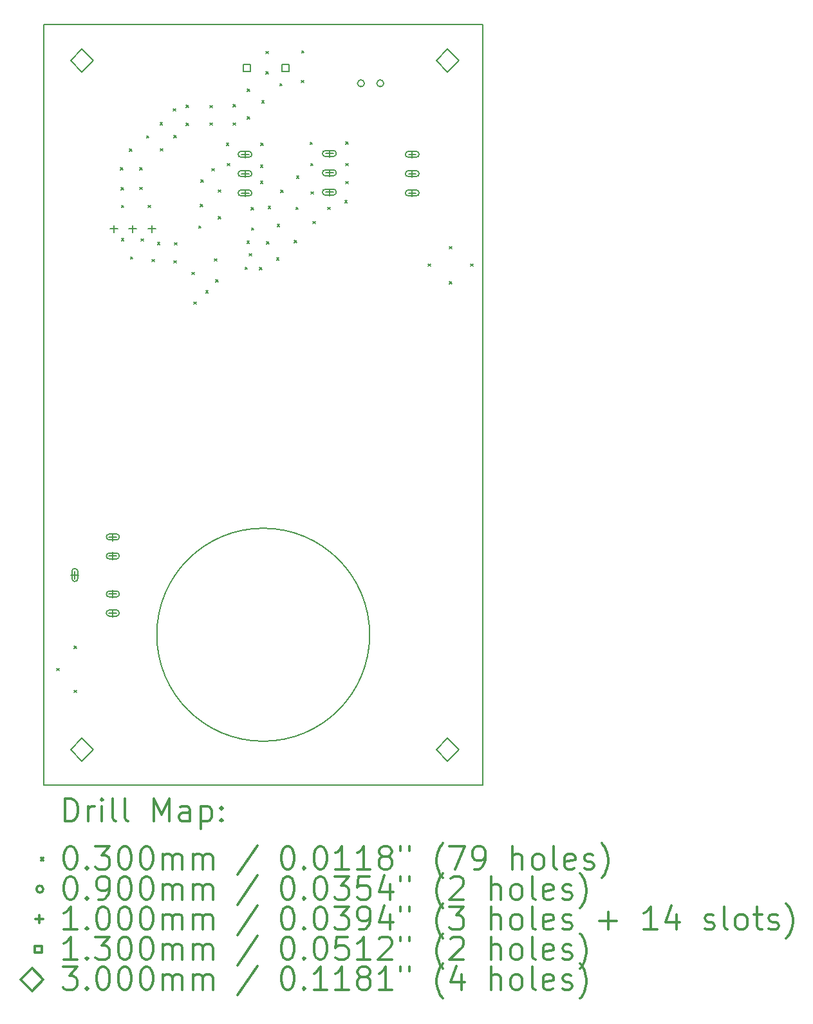
<source format=gbr>
%FSLAX45Y45*%
G04 Gerber Fmt 4.5, Leading zero omitted, Abs format (unit mm)*
G04 Created by KiCad (PCBNEW 5.1.12-84ad8e8a86~92~ubuntu20.04.1) date 2021-12-15 11:08:15*
%MOMM*%
%LPD*%
G01*
G04 APERTURE LIST*
%TA.AperFunction,Profile*%
%ADD10C,0.150000*%
%TD*%
%ADD11C,0.200000*%
%ADD12C,0.300000*%
G04 APERTURE END LIST*
D10*
X4285000Y-8019532D02*
G75*
G03*
X4285000Y-8019532I-1400000J0D01*
G01*
X0Y-10000000D02*
X0Y0D01*
X5770000Y-10000000D02*
X0Y-10000000D01*
X5770000Y0D02*
X5770000Y-10000000D01*
X0Y0D02*
X5770000Y0D01*
D11*
X170000Y-8460000D02*
X200000Y-8490000D01*
X200000Y-8460000D02*
X170000Y-8490000D01*
X400000Y-8170000D02*
X430000Y-8200000D01*
X430000Y-8170000D02*
X400000Y-8200000D01*
X400000Y-8750000D02*
X430000Y-8780000D01*
X430000Y-8750000D02*
X400000Y-8780000D01*
X1010000Y-1880000D02*
X1040000Y-1910000D01*
X1040000Y-1880000D02*
X1010000Y-1910000D01*
X1015000Y-2140000D02*
X1045000Y-2170000D01*
X1045000Y-2140000D02*
X1015000Y-2170000D01*
X1020000Y-2375000D02*
X1050000Y-2405000D01*
X1050000Y-2375000D02*
X1020000Y-2405000D01*
X1020000Y-2810000D02*
X1050000Y-2840000D01*
X1050000Y-2810000D02*
X1020000Y-2840000D01*
X1125000Y-1635000D02*
X1155000Y-1665000D01*
X1155000Y-1635000D02*
X1125000Y-1665000D01*
X1140000Y-3050000D02*
X1170000Y-3080000D01*
X1170000Y-3050000D02*
X1140000Y-3080000D01*
X1263130Y-1880370D02*
X1293130Y-1910370D01*
X1293130Y-1880370D02*
X1263130Y-1910370D01*
X1263130Y-2138434D02*
X1293130Y-2168434D01*
X1293130Y-2138434D02*
X1263130Y-2168434D01*
X1280000Y-2815000D02*
X1310000Y-2845000D01*
X1310000Y-2815000D02*
X1280000Y-2845000D01*
X1350000Y-1460000D02*
X1380000Y-1490000D01*
X1380000Y-1460000D02*
X1350000Y-1490000D01*
X1370000Y-2375000D02*
X1400000Y-2405000D01*
X1400000Y-2375000D02*
X1370000Y-2405000D01*
X1425000Y-3085000D02*
X1455000Y-3115000D01*
X1455000Y-3085000D02*
X1425000Y-3115000D01*
X1495000Y-2860000D02*
X1525000Y-2890000D01*
X1525000Y-2860000D02*
X1495000Y-2890000D01*
X1530000Y-1285000D02*
X1560000Y-1315000D01*
X1560000Y-1285000D02*
X1530000Y-1315000D01*
X1535164Y-1627640D02*
X1565164Y-1657640D01*
X1565164Y-1627640D02*
X1535164Y-1657640D01*
X1700000Y-1105000D02*
X1730000Y-1135000D01*
X1730000Y-1105000D02*
X1700000Y-1135000D01*
X1710000Y-1455000D02*
X1740000Y-1485000D01*
X1740000Y-1455000D02*
X1710000Y-1485000D01*
X1710000Y-3100000D02*
X1740000Y-3130000D01*
X1740000Y-3100000D02*
X1710000Y-3130000D01*
X1720000Y-2865000D02*
X1750000Y-2895000D01*
X1750000Y-2865000D02*
X1720000Y-2895000D01*
X1870000Y-1055000D02*
X1900000Y-1085000D01*
X1900000Y-1055000D02*
X1870000Y-1085000D01*
X1870000Y-1295000D02*
X1900000Y-1325000D01*
X1900000Y-1295000D02*
X1870000Y-1325000D01*
X1950000Y-3255000D02*
X1980000Y-3285000D01*
X1980000Y-3255000D02*
X1950000Y-3285000D01*
X1975000Y-3645000D02*
X2005000Y-3675000D01*
X2005000Y-3645000D02*
X1975000Y-3675000D01*
X2035000Y-2645000D02*
X2065000Y-2675000D01*
X2065000Y-2645000D02*
X2035000Y-2675000D01*
X2060000Y-2360000D02*
X2090000Y-2390000D01*
X2090000Y-2360000D02*
X2060000Y-2390000D01*
X2065000Y-2040000D02*
X2095000Y-2070000D01*
X2095000Y-2040000D02*
X2065000Y-2070000D01*
X2130000Y-3495000D02*
X2160000Y-3525000D01*
X2160000Y-3495000D02*
X2130000Y-3525000D01*
X2185000Y-1060000D02*
X2215000Y-1090000D01*
X2215000Y-1060000D02*
X2185000Y-1090000D01*
X2185000Y-1290000D02*
X2215000Y-1320000D01*
X2215000Y-1290000D02*
X2185000Y-1320000D01*
X2210000Y-1890000D02*
X2240000Y-1920000D01*
X2240000Y-1890000D02*
X2210000Y-1920000D01*
X2245000Y-3075000D02*
X2275000Y-3105000D01*
X2275000Y-3075000D02*
X2245000Y-3105000D01*
X2260000Y-3350000D02*
X2290000Y-3380000D01*
X2290000Y-3350000D02*
X2260000Y-3380000D01*
X2295000Y-2170000D02*
X2325000Y-2200000D01*
X2325000Y-2170000D02*
X2295000Y-2200000D01*
X2295000Y-2520000D02*
X2325000Y-2550000D01*
X2325000Y-2520000D02*
X2295000Y-2550000D01*
X2400000Y-1555000D02*
X2430000Y-1585000D01*
X2430000Y-1555000D02*
X2400000Y-1585000D01*
X2415000Y-1825000D02*
X2445000Y-1855000D01*
X2445000Y-1825000D02*
X2415000Y-1855000D01*
X2490000Y-1050000D02*
X2520000Y-1080000D01*
X2520000Y-1050000D02*
X2490000Y-1080000D01*
X2490000Y-1290000D02*
X2520000Y-1320000D01*
X2520000Y-1290000D02*
X2490000Y-1320000D01*
X2645000Y-3185000D02*
X2675000Y-3215000D01*
X2675000Y-3185000D02*
X2645000Y-3215000D01*
X2670000Y-2845000D02*
X2700000Y-2875000D01*
X2700000Y-2845000D02*
X2670000Y-2875000D01*
X2675000Y-845000D02*
X2705000Y-875000D01*
X2705000Y-845000D02*
X2675000Y-875000D01*
X2675000Y-1210000D02*
X2705000Y-1240000D01*
X2705000Y-1210000D02*
X2675000Y-1240000D01*
X2700000Y-3010000D02*
X2730000Y-3040000D01*
X2730000Y-3010000D02*
X2700000Y-3040000D01*
X2725000Y-2405000D02*
X2755000Y-2435000D01*
X2755000Y-2405000D02*
X2725000Y-2435000D01*
X2730000Y-2670000D02*
X2760000Y-2700000D01*
X2760000Y-2670000D02*
X2730000Y-2700000D01*
X2835000Y-3190000D02*
X2865000Y-3220000D01*
X2865000Y-3190000D02*
X2835000Y-3220000D01*
X2850000Y-1845000D02*
X2880000Y-1875000D01*
X2880000Y-1845000D02*
X2850000Y-1875000D01*
X2850000Y-2055000D02*
X2880000Y-2085000D01*
X2880000Y-2055000D02*
X2850000Y-2085000D01*
X2855000Y-1555000D02*
X2885000Y-1585000D01*
X2885000Y-1555000D02*
X2855000Y-1585000D01*
X2865000Y-1000000D02*
X2895000Y-1030000D01*
X2895000Y-1000000D02*
X2865000Y-1030000D01*
X2920000Y-350000D02*
X2950000Y-380000D01*
X2950000Y-350000D02*
X2920000Y-380000D01*
X2920000Y-615000D02*
X2950000Y-645000D01*
X2950000Y-615000D02*
X2920000Y-645000D01*
X2930000Y-2850000D02*
X2960000Y-2880000D01*
X2960000Y-2850000D02*
X2930000Y-2880000D01*
X2950000Y-2385000D02*
X2980000Y-2415000D01*
X2980000Y-2385000D02*
X2950000Y-2415000D01*
X3060000Y-3065000D02*
X3090000Y-3095000D01*
X3090000Y-3065000D02*
X3060000Y-3095000D01*
X3070000Y-2625000D02*
X3100000Y-2655000D01*
X3100000Y-2625000D02*
X3070000Y-2655000D01*
X3105000Y-775000D02*
X3135000Y-805000D01*
X3135000Y-775000D02*
X3105000Y-805000D01*
X3115000Y-2175000D02*
X3145000Y-2205000D01*
X3145000Y-2175000D02*
X3115000Y-2205000D01*
X3295000Y-2835000D02*
X3325000Y-2865000D01*
X3325000Y-2835000D02*
X3295000Y-2865000D01*
X3315000Y-2400000D02*
X3345000Y-2430000D01*
X3345000Y-2400000D02*
X3315000Y-2430000D01*
X3325000Y-1990000D02*
X3355000Y-2020000D01*
X3355000Y-1990000D02*
X3325000Y-2020000D01*
X3385000Y-730000D02*
X3415000Y-760000D01*
X3415000Y-730000D02*
X3385000Y-760000D01*
X3390000Y-340000D02*
X3420000Y-370000D01*
X3420000Y-340000D02*
X3390000Y-370000D01*
X3500000Y-1545000D02*
X3530000Y-1575000D01*
X3530000Y-1545000D02*
X3500000Y-1575000D01*
X3510000Y-1825000D02*
X3540000Y-1855000D01*
X3540000Y-1825000D02*
X3510000Y-1855000D01*
X3515000Y-2195000D02*
X3545000Y-2225000D01*
X3545000Y-2195000D02*
X3515000Y-2225000D01*
X3540000Y-2585000D02*
X3570000Y-2615000D01*
X3570000Y-2585000D02*
X3540000Y-2615000D01*
X3735000Y-2400000D02*
X3765000Y-2430000D01*
X3765000Y-2400000D02*
X3735000Y-2430000D01*
X3960000Y-2310000D02*
X3990000Y-2340000D01*
X3990000Y-2310000D02*
X3960000Y-2340000D01*
X3970000Y-1540000D02*
X4000000Y-1570000D01*
X4000000Y-1540000D02*
X3970000Y-1570000D01*
X3970000Y-1825000D02*
X4000000Y-1855000D01*
X4000000Y-1825000D02*
X3970000Y-1855000D01*
X3970000Y-2060000D02*
X4000000Y-2090000D01*
X4000000Y-2060000D02*
X3970000Y-2090000D01*
X5055000Y-3145000D02*
X5085000Y-3175000D01*
X5085000Y-3145000D02*
X5055000Y-3175000D01*
X5335000Y-2915000D02*
X5365000Y-2945000D01*
X5365000Y-2915000D02*
X5335000Y-2945000D01*
X5335000Y-3375000D02*
X5365000Y-3405000D01*
X5365000Y-3375000D02*
X5335000Y-3405000D01*
X5615000Y-3145000D02*
X5645000Y-3175000D01*
X5645000Y-3145000D02*
X5615000Y-3175000D01*
X4215000Y-770000D02*
G75*
G03*
X4215000Y-770000I-45000J0D01*
G01*
X4469000Y-770000D02*
G75*
G03*
X4469000Y-770000I-45000J0D01*
G01*
X406924Y-7183928D02*
X406924Y-7283928D01*
X356924Y-7233928D02*
X456924Y-7233928D01*
X446924Y-7278928D02*
X446924Y-7188928D01*
X366924Y-7278928D02*
X366924Y-7188928D01*
X446924Y-7188928D02*
G75*
G03*
X366924Y-7188928I-40000J0D01*
G01*
X366924Y-7278928D02*
G75*
G03*
X446924Y-7278928I40000J0D01*
G01*
X906924Y-6683928D02*
X906924Y-6783928D01*
X856924Y-6733928D02*
X956924Y-6733928D01*
X861924Y-6773928D02*
X951924Y-6773928D01*
X861924Y-6693928D02*
X951924Y-6693928D01*
X951924Y-6773928D02*
G75*
G03*
X951924Y-6693928I0J40000D01*
G01*
X861924Y-6693928D02*
G75*
G03*
X861924Y-6773928I0J-40000D01*
G01*
X906924Y-6933928D02*
X906924Y-7033928D01*
X856924Y-6983928D02*
X956924Y-6983928D01*
X861924Y-7023928D02*
X951924Y-7023928D01*
X861924Y-6943928D02*
X951924Y-6943928D01*
X951924Y-7023928D02*
G75*
G03*
X951924Y-6943928I0J40000D01*
G01*
X861924Y-6943928D02*
G75*
G03*
X861924Y-7023928I0J-40000D01*
G01*
X906924Y-7433928D02*
X906924Y-7533928D01*
X856924Y-7483928D02*
X956924Y-7483928D01*
X861924Y-7523928D02*
X951924Y-7523928D01*
X861924Y-7443928D02*
X951924Y-7443928D01*
X951924Y-7523928D02*
G75*
G03*
X951924Y-7443928I0J40000D01*
G01*
X861924Y-7443928D02*
G75*
G03*
X861924Y-7523928I0J-40000D01*
G01*
X906924Y-7683928D02*
X906924Y-7783928D01*
X856924Y-7733928D02*
X956924Y-7733928D01*
X861924Y-7773928D02*
X951924Y-7773928D01*
X861924Y-7693928D02*
X951924Y-7693928D01*
X951924Y-7773928D02*
G75*
G03*
X951924Y-7693928I0J40000D01*
G01*
X861924Y-7693928D02*
G75*
G03*
X861924Y-7773928I0J-40000D01*
G01*
X920000Y-2635000D02*
X920000Y-2735000D01*
X870000Y-2685000D02*
X970000Y-2685000D01*
X1170000Y-2635000D02*
X1170000Y-2735000D01*
X1120000Y-2685000D02*
X1220000Y-2685000D01*
X1420000Y-2635000D02*
X1420000Y-2735000D01*
X1370000Y-2685000D02*
X1470000Y-2685000D01*
X2645134Y-1653714D02*
X2645134Y-1753714D01*
X2595134Y-1703714D02*
X2695134Y-1703714D01*
X2695134Y-1663714D02*
X2595134Y-1663714D01*
X2695134Y-1743714D02*
X2595134Y-1743714D01*
X2595134Y-1663714D02*
G75*
G03*
X2595134Y-1743714I0J-40000D01*
G01*
X2695134Y-1743714D02*
G75*
G03*
X2695134Y-1663714I0J40000D01*
G01*
X2645134Y-1907714D02*
X2645134Y-2007714D01*
X2595134Y-1957714D02*
X2695134Y-1957714D01*
X2695134Y-1917714D02*
X2595134Y-1917714D01*
X2695134Y-1997714D02*
X2595134Y-1997714D01*
X2595134Y-1917714D02*
G75*
G03*
X2595134Y-1997714I0J-40000D01*
G01*
X2695134Y-1997714D02*
G75*
G03*
X2695134Y-1917714I0J40000D01*
G01*
X2645134Y-2161714D02*
X2645134Y-2261714D01*
X2595134Y-2211714D02*
X2695134Y-2211714D01*
X2695134Y-2171714D02*
X2595134Y-2171714D01*
X2695134Y-2251714D02*
X2595134Y-2251714D01*
X2595134Y-2171714D02*
G75*
G03*
X2595134Y-2251714I0J-40000D01*
G01*
X2695134Y-2251714D02*
G75*
G03*
X2695134Y-2171714I0J40000D01*
G01*
X3755134Y-1643714D02*
X3755134Y-1743714D01*
X3705134Y-1693714D02*
X3805134Y-1693714D01*
X3805134Y-1653714D02*
X3705134Y-1653714D01*
X3805134Y-1733714D02*
X3705134Y-1733714D01*
X3705134Y-1653714D02*
G75*
G03*
X3705134Y-1733714I0J-40000D01*
G01*
X3805134Y-1733714D02*
G75*
G03*
X3805134Y-1653714I0J40000D01*
G01*
X3755134Y-1897714D02*
X3755134Y-1997714D01*
X3705134Y-1947714D02*
X3805134Y-1947714D01*
X3805134Y-1907714D02*
X3705134Y-1907714D01*
X3805134Y-1987714D02*
X3705134Y-1987714D01*
X3705134Y-1907714D02*
G75*
G03*
X3705134Y-1987714I0J-40000D01*
G01*
X3805134Y-1987714D02*
G75*
G03*
X3805134Y-1907714I0J40000D01*
G01*
X3755134Y-2151714D02*
X3755134Y-2251714D01*
X3705134Y-2201714D02*
X3805134Y-2201714D01*
X3805134Y-2161714D02*
X3705134Y-2161714D01*
X3805134Y-2241714D02*
X3705134Y-2241714D01*
X3705134Y-2161714D02*
G75*
G03*
X3705134Y-2241714I0J-40000D01*
G01*
X3805134Y-2241714D02*
G75*
G03*
X3805134Y-2161714I0J40000D01*
G01*
X4845134Y-1653714D02*
X4845134Y-1753714D01*
X4795134Y-1703714D02*
X4895134Y-1703714D01*
X4895134Y-1663714D02*
X4795134Y-1663714D01*
X4895134Y-1743714D02*
X4795134Y-1743714D01*
X4795134Y-1663714D02*
G75*
G03*
X4795134Y-1743714I0J-40000D01*
G01*
X4895134Y-1743714D02*
G75*
G03*
X4895134Y-1663714I0J40000D01*
G01*
X4845134Y-1907714D02*
X4845134Y-2007714D01*
X4795134Y-1957714D02*
X4895134Y-1957714D01*
X4895134Y-1917714D02*
X4795134Y-1917714D01*
X4895134Y-1997714D02*
X4795134Y-1997714D01*
X4795134Y-1917714D02*
G75*
G03*
X4795134Y-1997714I0J-40000D01*
G01*
X4895134Y-1997714D02*
G75*
G03*
X4895134Y-1917714I0J40000D01*
G01*
X4845134Y-2161714D02*
X4845134Y-2261714D01*
X4795134Y-2211714D02*
X4895134Y-2211714D01*
X4895134Y-2171714D02*
X4795134Y-2171714D01*
X4895134Y-2251714D02*
X4795134Y-2251714D01*
X4795134Y-2171714D02*
G75*
G03*
X4795134Y-2251714I0J-40000D01*
G01*
X4895134Y-2251714D02*
G75*
G03*
X4895134Y-2171714I0J40000D01*
G01*
X2714996Y-611102D02*
X2714996Y-519178D01*
X2623072Y-519178D01*
X2623072Y-611102D01*
X2714996Y-611102D01*
X3222996Y-611102D02*
X3222996Y-519178D01*
X3131072Y-519178D01*
X3131072Y-611102D01*
X3222996Y-611102D01*
X500000Y-620000D02*
X650000Y-470000D01*
X500000Y-320000D01*
X350000Y-470000D01*
X500000Y-620000D01*
X500000Y-9680000D02*
X650000Y-9530000D01*
X500000Y-9380000D01*
X350000Y-9530000D01*
X500000Y-9680000D01*
X5310000Y-620000D02*
X5460000Y-470000D01*
X5310000Y-320000D01*
X5160000Y-470000D01*
X5310000Y-620000D01*
X5310000Y-9680000D02*
X5460000Y-9530000D01*
X5310000Y-9380000D01*
X5160000Y-9530000D01*
X5310000Y-9680000D01*
D12*
X278928Y-10473214D02*
X278928Y-10173214D01*
X350357Y-10173214D01*
X393214Y-10187500D01*
X421786Y-10216072D01*
X436071Y-10244643D01*
X450357Y-10301786D01*
X450357Y-10344643D01*
X436071Y-10401786D01*
X421786Y-10430357D01*
X393214Y-10458929D01*
X350357Y-10473214D01*
X278928Y-10473214D01*
X578928Y-10473214D02*
X578928Y-10273214D01*
X578928Y-10330357D02*
X593214Y-10301786D01*
X607500Y-10287500D01*
X636071Y-10273214D01*
X664643Y-10273214D01*
X764643Y-10473214D02*
X764643Y-10273214D01*
X764643Y-10173214D02*
X750357Y-10187500D01*
X764643Y-10201786D01*
X778928Y-10187500D01*
X764643Y-10173214D01*
X764643Y-10201786D01*
X950357Y-10473214D02*
X921786Y-10458929D01*
X907500Y-10430357D01*
X907500Y-10173214D01*
X1107500Y-10473214D02*
X1078928Y-10458929D01*
X1064643Y-10430357D01*
X1064643Y-10173214D01*
X1450357Y-10473214D02*
X1450357Y-10173214D01*
X1550357Y-10387500D01*
X1650357Y-10173214D01*
X1650357Y-10473214D01*
X1921786Y-10473214D02*
X1921786Y-10316072D01*
X1907500Y-10287500D01*
X1878928Y-10273214D01*
X1821786Y-10273214D01*
X1793214Y-10287500D01*
X1921786Y-10458929D02*
X1893214Y-10473214D01*
X1821786Y-10473214D01*
X1793214Y-10458929D01*
X1778928Y-10430357D01*
X1778928Y-10401786D01*
X1793214Y-10373214D01*
X1821786Y-10358929D01*
X1893214Y-10358929D01*
X1921786Y-10344643D01*
X2064643Y-10273214D02*
X2064643Y-10573214D01*
X2064643Y-10287500D02*
X2093214Y-10273214D01*
X2150357Y-10273214D01*
X2178928Y-10287500D01*
X2193214Y-10301786D01*
X2207500Y-10330357D01*
X2207500Y-10416072D01*
X2193214Y-10444643D01*
X2178928Y-10458929D01*
X2150357Y-10473214D01*
X2093214Y-10473214D01*
X2064643Y-10458929D01*
X2336071Y-10444643D02*
X2350357Y-10458929D01*
X2336071Y-10473214D01*
X2321786Y-10458929D01*
X2336071Y-10444643D01*
X2336071Y-10473214D01*
X2336071Y-10287500D02*
X2350357Y-10301786D01*
X2336071Y-10316072D01*
X2321786Y-10301786D01*
X2336071Y-10287500D01*
X2336071Y-10316072D01*
X-37500Y-10952500D02*
X-7500Y-10982500D01*
X-7500Y-10952500D02*
X-37500Y-10982500D01*
X336071Y-10803214D02*
X364643Y-10803214D01*
X393214Y-10817500D01*
X407500Y-10831786D01*
X421786Y-10860357D01*
X436071Y-10917500D01*
X436071Y-10988929D01*
X421786Y-11046072D01*
X407500Y-11074643D01*
X393214Y-11088929D01*
X364643Y-11103214D01*
X336071Y-11103214D01*
X307500Y-11088929D01*
X293214Y-11074643D01*
X278928Y-11046072D01*
X264643Y-10988929D01*
X264643Y-10917500D01*
X278928Y-10860357D01*
X293214Y-10831786D01*
X307500Y-10817500D01*
X336071Y-10803214D01*
X564643Y-11074643D02*
X578928Y-11088929D01*
X564643Y-11103214D01*
X550357Y-11088929D01*
X564643Y-11074643D01*
X564643Y-11103214D01*
X678928Y-10803214D02*
X864643Y-10803214D01*
X764643Y-10917500D01*
X807500Y-10917500D01*
X836071Y-10931786D01*
X850357Y-10946072D01*
X864643Y-10974643D01*
X864643Y-11046072D01*
X850357Y-11074643D01*
X836071Y-11088929D01*
X807500Y-11103214D01*
X721786Y-11103214D01*
X693214Y-11088929D01*
X678928Y-11074643D01*
X1050357Y-10803214D02*
X1078928Y-10803214D01*
X1107500Y-10817500D01*
X1121786Y-10831786D01*
X1136071Y-10860357D01*
X1150357Y-10917500D01*
X1150357Y-10988929D01*
X1136071Y-11046072D01*
X1121786Y-11074643D01*
X1107500Y-11088929D01*
X1078928Y-11103214D01*
X1050357Y-11103214D01*
X1021786Y-11088929D01*
X1007500Y-11074643D01*
X993214Y-11046072D01*
X978928Y-10988929D01*
X978928Y-10917500D01*
X993214Y-10860357D01*
X1007500Y-10831786D01*
X1021786Y-10817500D01*
X1050357Y-10803214D01*
X1336071Y-10803214D02*
X1364643Y-10803214D01*
X1393214Y-10817500D01*
X1407500Y-10831786D01*
X1421786Y-10860357D01*
X1436071Y-10917500D01*
X1436071Y-10988929D01*
X1421786Y-11046072D01*
X1407500Y-11074643D01*
X1393214Y-11088929D01*
X1364643Y-11103214D01*
X1336071Y-11103214D01*
X1307500Y-11088929D01*
X1293214Y-11074643D01*
X1278928Y-11046072D01*
X1264643Y-10988929D01*
X1264643Y-10917500D01*
X1278928Y-10860357D01*
X1293214Y-10831786D01*
X1307500Y-10817500D01*
X1336071Y-10803214D01*
X1564643Y-11103214D02*
X1564643Y-10903214D01*
X1564643Y-10931786D02*
X1578928Y-10917500D01*
X1607500Y-10903214D01*
X1650357Y-10903214D01*
X1678928Y-10917500D01*
X1693214Y-10946072D01*
X1693214Y-11103214D01*
X1693214Y-10946072D02*
X1707500Y-10917500D01*
X1736071Y-10903214D01*
X1778928Y-10903214D01*
X1807500Y-10917500D01*
X1821786Y-10946072D01*
X1821786Y-11103214D01*
X1964643Y-11103214D02*
X1964643Y-10903214D01*
X1964643Y-10931786D02*
X1978928Y-10917500D01*
X2007500Y-10903214D01*
X2050357Y-10903214D01*
X2078928Y-10917500D01*
X2093214Y-10946072D01*
X2093214Y-11103214D01*
X2093214Y-10946072D02*
X2107500Y-10917500D01*
X2136071Y-10903214D01*
X2178928Y-10903214D01*
X2207500Y-10917500D01*
X2221786Y-10946072D01*
X2221786Y-11103214D01*
X2807500Y-10788929D02*
X2550357Y-11174643D01*
X3193214Y-10803214D02*
X3221786Y-10803214D01*
X3250357Y-10817500D01*
X3264643Y-10831786D01*
X3278928Y-10860357D01*
X3293214Y-10917500D01*
X3293214Y-10988929D01*
X3278928Y-11046072D01*
X3264643Y-11074643D01*
X3250357Y-11088929D01*
X3221786Y-11103214D01*
X3193214Y-11103214D01*
X3164643Y-11088929D01*
X3150357Y-11074643D01*
X3136071Y-11046072D01*
X3121786Y-10988929D01*
X3121786Y-10917500D01*
X3136071Y-10860357D01*
X3150357Y-10831786D01*
X3164643Y-10817500D01*
X3193214Y-10803214D01*
X3421786Y-11074643D02*
X3436071Y-11088929D01*
X3421786Y-11103214D01*
X3407500Y-11088929D01*
X3421786Y-11074643D01*
X3421786Y-11103214D01*
X3621786Y-10803214D02*
X3650357Y-10803214D01*
X3678928Y-10817500D01*
X3693214Y-10831786D01*
X3707500Y-10860357D01*
X3721786Y-10917500D01*
X3721786Y-10988929D01*
X3707500Y-11046072D01*
X3693214Y-11074643D01*
X3678928Y-11088929D01*
X3650357Y-11103214D01*
X3621786Y-11103214D01*
X3593214Y-11088929D01*
X3578928Y-11074643D01*
X3564643Y-11046072D01*
X3550357Y-10988929D01*
X3550357Y-10917500D01*
X3564643Y-10860357D01*
X3578928Y-10831786D01*
X3593214Y-10817500D01*
X3621786Y-10803214D01*
X4007500Y-11103214D02*
X3836071Y-11103214D01*
X3921786Y-11103214D02*
X3921786Y-10803214D01*
X3893214Y-10846072D01*
X3864643Y-10874643D01*
X3836071Y-10888929D01*
X4293214Y-11103214D02*
X4121786Y-11103214D01*
X4207500Y-11103214D02*
X4207500Y-10803214D01*
X4178928Y-10846072D01*
X4150357Y-10874643D01*
X4121786Y-10888929D01*
X4464643Y-10931786D02*
X4436071Y-10917500D01*
X4421786Y-10903214D01*
X4407500Y-10874643D01*
X4407500Y-10860357D01*
X4421786Y-10831786D01*
X4436071Y-10817500D01*
X4464643Y-10803214D01*
X4521786Y-10803214D01*
X4550357Y-10817500D01*
X4564643Y-10831786D01*
X4578928Y-10860357D01*
X4578928Y-10874643D01*
X4564643Y-10903214D01*
X4550357Y-10917500D01*
X4521786Y-10931786D01*
X4464643Y-10931786D01*
X4436071Y-10946072D01*
X4421786Y-10960357D01*
X4407500Y-10988929D01*
X4407500Y-11046072D01*
X4421786Y-11074643D01*
X4436071Y-11088929D01*
X4464643Y-11103214D01*
X4521786Y-11103214D01*
X4550357Y-11088929D01*
X4564643Y-11074643D01*
X4578928Y-11046072D01*
X4578928Y-10988929D01*
X4564643Y-10960357D01*
X4550357Y-10946072D01*
X4521786Y-10931786D01*
X4693214Y-10803214D02*
X4693214Y-10860357D01*
X4807500Y-10803214D02*
X4807500Y-10860357D01*
X5250357Y-11217500D02*
X5236071Y-11203214D01*
X5207500Y-11160357D01*
X5193214Y-11131786D01*
X5178928Y-11088929D01*
X5164643Y-11017500D01*
X5164643Y-10960357D01*
X5178928Y-10888929D01*
X5193214Y-10846072D01*
X5207500Y-10817500D01*
X5236071Y-10774643D01*
X5250357Y-10760357D01*
X5336071Y-10803214D02*
X5536071Y-10803214D01*
X5407500Y-11103214D01*
X5664643Y-11103214D02*
X5721786Y-11103214D01*
X5750357Y-11088929D01*
X5764643Y-11074643D01*
X5793214Y-11031786D01*
X5807500Y-10974643D01*
X5807500Y-10860357D01*
X5793214Y-10831786D01*
X5778928Y-10817500D01*
X5750357Y-10803214D01*
X5693214Y-10803214D01*
X5664643Y-10817500D01*
X5650357Y-10831786D01*
X5636071Y-10860357D01*
X5636071Y-10931786D01*
X5650357Y-10960357D01*
X5664643Y-10974643D01*
X5693214Y-10988929D01*
X5750357Y-10988929D01*
X5778928Y-10974643D01*
X5793214Y-10960357D01*
X5807500Y-10931786D01*
X6164643Y-11103214D02*
X6164643Y-10803214D01*
X6293214Y-11103214D02*
X6293214Y-10946072D01*
X6278928Y-10917500D01*
X6250357Y-10903214D01*
X6207500Y-10903214D01*
X6178928Y-10917500D01*
X6164643Y-10931786D01*
X6478928Y-11103214D02*
X6450357Y-11088929D01*
X6436071Y-11074643D01*
X6421786Y-11046072D01*
X6421786Y-10960357D01*
X6436071Y-10931786D01*
X6450357Y-10917500D01*
X6478928Y-10903214D01*
X6521786Y-10903214D01*
X6550357Y-10917500D01*
X6564643Y-10931786D01*
X6578928Y-10960357D01*
X6578928Y-11046072D01*
X6564643Y-11074643D01*
X6550357Y-11088929D01*
X6521786Y-11103214D01*
X6478928Y-11103214D01*
X6750357Y-11103214D02*
X6721786Y-11088929D01*
X6707500Y-11060357D01*
X6707500Y-10803214D01*
X6978928Y-11088929D02*
X6950357Y-11103214D01*
X6893214Y-11103214D01*
X6864643Y-11088929D01*
X6850357Y-11060357D01*
X6850357Y-10946072D01*
X6864643Y-10917500D01*
X6893214Y-10903214D01*
X6950357Y-10903214D01*
X6978928Y-10917500D01*
X6993214Y-10946072D01*
X6993214Y-10974643D01*
X6850357Y-11003214D01*
X7107500Y-11088929D02*
X7136071Y-11103214D01*
X7193214Y-11103214D01*
X7221786Y-11088929D01*
X7236071Y-11060357D01*
X7236071Y-11046072D01*
X7221786Y-11017500D01*
X7193214Y-11003214D01*
X7150357Y-11003214D01*
X7121786Y-10988929D01*
X7107500Y-10960357D01*
X7107500Y-10946072D01*
X7121786Y-10917500D01*
X7150357Y-10903214D01*
X7193214Y-10903214D01*
X7221786Y-10917500D01*
X7336071Y-11217500D02*
X7350357Y-11203214D01*
X7378928Y-11160357D01*
X7393214Y-11131786D01*
X7407500Y-11088929D01*
X7421786Y-11017500D01*
X7421786Y-10960357D01*
X7407500Y-10888929D01*
X7393214Y-10846072D01*
X7378928Y-10817500D01*
X7350357Y-10774643D01*
X7336071Y-10760357D01*
X-7500Y-11363500D02*
G75*
G03*
X-7500Y-11363500I-45000J0D01*
G01*
X336071Y-11199214D02*
X364643Y-11199214D01*
X393214Y-11213500D01*
X407500Y-11227786D01*
X421786Y-11256357D01*
X436071Y-11313500D01*
X436071Y-11384929D01*
X421786Y-11442071D01*
X407500Y-11470643D01*
X393214Y-11484929D01*
X364643Y-11499214D01*
X336071Y-11499214D01*
X307500Y-11484929D01*
X293214Y-11470643D01*
X278928Y-11442071D01*
X264643Y-11384929D01*
X264643Y-11313500D01*
X278928Y-11256357D01*
X293214Y-11227786D01*
X307500Y-11213500D01*
X336071Y-11199214D01*
X564643Y-11470643D02*
X578928Y-11484929D01*
X564643Y-11499214D01*
X550357Y-11484929D01*
X564643Y-11470643D01*
X564643Y-11499214D01*
X721786Y-11499214D02*
X778928Y-11499214D01*
X807500Y-11484929D01*
X821786Y-11470643D01*
X850357Y-11427786D01*
X864643Y-11370643D01*
X864643Y-11256357D01*
X850357Y-11227786D01*
X836071Y-11213500D01*
X807500Y-11199214D01*
X750357Y-11199214D01*
X721786Y-11213500D01*
X707500Y-11227786D01*
X693214Y-11256357D01*
X693214Y-11327786D01*
X707500Y-11356357D01*
X721786Y-11370643D01*
X750357Y-11384929D01*
X807500Y-11384929D01*
X836071Y-11370643D01*
X850357Y-11356357D01*
X864643Y-11327786D01*
X1050357Y-11199214D02*
X1078928Y-11199214D01*
X1107500Y-11213500D01*
X1121786Y-11227786D01*
X1136071Y-11256357D01*
X1150357Y-11313500D01*
X1150357Y-11384929D01*
X1136071Y-11442071D01*
X1121786Y-11470643D01*
X1107500Y-11484929D01*
X1078928Y-11499214D01*
X1050357Y-11499214D01*
X1021786Y-11484929D01*
X1007500Y-11470643D01*
X993214Y-11442071D01*
X978928Y-11384929D01*
X978928Y-11313500D01*
X993214Y-11256357D01*
X1007500Y-11227786D01*
X1021786Y-11213500D01*
X1050357Y-11199214D01*
X1336071Y-11199214D02*
X1364643Y-11199214D01*
X1393214Y-11213500D01*
X1407500Y-11227786D01*
X1421786Y-11256357D01*
X1436071Y-11313500D01*
X1436071Y-11384929D01*
X1421786Y-11442071D01*
X1407500Y-11470643D01*
X1393214Y-11484929D01*
X1364643Y-11499214D01*
X1336071Y-11499214D01*
X1307500Y-11484929D01*
X1293214Y-11470643D01*
X1278928Y-11442071D01*
X1264643Y-11384929D01*
X1264643Y-11313500D01*
X1278928Y-11256357D01*
X1293214Y-11227786D01*
X1307500Y-11213500D01*
X1336071Y-11199214D01*
X1564643Y-11499214D02*
X1564643Y-11299214D01*
X1564643Y-11327786D02*
X1578928Y-11313500D01*
X1607500Y-11299214D01*
X1650357Y-11299214D01*
X1678928Y-11313500D01*
X1693214Y-11342071D01*
X1693214Y-11499214D01*
X1693214Y-11342071D02*
X1707500Y-11313500D01*
X1736071Y-11299214D01*
X1778928Y-11299214D01*
X1807500Y-11313500D01*
X1821786Y-11342071D01*
X1821786Y-11499214D01*
X1964643Y-11499214D02*
X1964643Y-11299214D01*
X1964643Y-11327786D02*
X1978928Y-11313500D01*
X2007500Y-11299214D01*
X2050357Y-11299214D01*
X2078928Y-11313500D01*
X2093214Y-11342071D01*
X2093214Y-11499214D01*
X2093214Y-11342071D02*
X2107500Y-11313500D01*
X2136071Y-11299214D01*
X2178928Y-11299214D01*
X2207500Y-11313500D01*
X2221786Y-11342071D01*
X2221786Y-11499214D01*
X2807500Y-11184929D02*
X2550357Y-11570643D01*
X3193214Y-11199214D02*
X3221786Y-11199214D01*
X3250357Y-11213500D01*
X3264643Y-11227786D01*
X3278928Y-11256357D01*
X3293214Y-11313500D01*
X3293214Y-11384929D01*
X3278928Y-11442071D01*
X3264643Y-11470643D01*
X3250357Y-11484929D01*
X3221786Y-11499214D01*
X3193214Y-11499214D01*
X3164643Y-11484929D01*
X3150357Y-11470643D01*
X3136071Y-11442071D01*
X3121786Y-11384929D01*
X3121786Y-11313500D01*
X3136071Y-11256357D01*
X3150357Y-11227786D01*
X3164643Y-11213500D01*
X3193214Y-11199214D01*
X3421786Y-11470643D02*
X3436071Y-11484929D01*
X3421786Y-11499214D01*
X3407500Y-11484929D01*
X3421786Y-11470643D01*
X3421786Y-11499214D01*
X3621786Y-11199214D02*
X3650357Y-11199214D01*
X3678928Y-11213500D01*
X3693214Y-11227786D01*
X3707500Y-11256357D01*
X3721786Y-11313500D01*
X3721786Y-11384929D01*
X3707500Y-11442071D01*
X3693214Y-11470643D01*
X3678928Y-11484929D01*
X3650357Y-11499214D01*
X3621786Y-11499214D01*
X3593214Y-11484929D01*
X3578928Y-11470643D01*
X3564643Y-11442071D01*
X3550357Y-11384929D01*
X3550357Y-11313500D01*
X3564643Y-11256357D01*
X3578928Y-11227786D01*
X3593214Y-11213500D01*
X3621786Y-11199214D01*
X3821786Y-11199214D02*
X4007500Y-11199214D01*
X3907500Y-11313500D01*
X3950357Y-11313500D01*
X3978928Y-11327786D01*
X3993214Y-11342071D01*
X4007500Y-11370643D01*
X4007500Y-11442071D01*
X3993214Y-11470643D01*
X3978928Y-11484929D01*
X3950357Y-11499214D01*
X3864643Y-11499214D01*
X3836071Y-11484929D01*
X3821786Y-11470643D01*
X4278928Y-11199214D02*
X4136071Y-11199214D01*
X4121786Y-11342071D01*
X4136071Y-11327786D01*
X4164643Y-11313500D01*
X4236071Y-11313500D01*
X4264643Y-11327786D01*
X4278928Y-11342071D01*
X4293214Y-11370643D01*
X4293214Y-11442071D01*
X4278928Y-11470643D01*
X4264643Y-11484929D01*
X4236071Y-11499214D01*
X4164643Y-11499214D01*
X4136071Y-11484929D01*
X4121786Y-11470643D01*
X4550357Y-11299214D02*
X4550357Y-11499214D01*
X4478928Y-11184929D02*
X4407500Y-11399214D01*
X4593214Y-11399214D01*
X4693214Y-11199214D02*
X4693214Y-11256357D01*
X4807500Y-11199214D02*
X4807500Y-11256357D01*
X5250357Y-11613500D02*
X5236071Y-11599214D01*
X5207500Y-11556357D01*
X5193214Y-11527786D01*
X5178928Y-11484929D01*
X5164643Y-11413500D01*
X5164643Y-11356357D01*
X5178928Y-11284929D01*
X5193214Y-11242071D01*
X5207500Y-11213500D01*
X5236071Y-11170643D01*
X5250357Y-11156357D01*
X5350357Y-11227786D02*
X5364643Y-11213500D01*
X5393214Y-11199214D01*
X5464643Y-11199214D01*
X5493214Y-11213500D01*
X5507500Y-11227786D01*
X5521786Y-11256357D01*
X5521786Y-11284929D01*
X5507500Y-11327786D01*
X5336071Y-11499214D01*
X5521786Y-11499214D01*
X5878928Y-11499214D02*
X5878928Y-11199214D01*
X6007500Y-11499214D02*
X6007500Y-11342071D01*
X5993214Y-11313500D01*
X5964643Y-11299214D01*
X5921786Y-11299214D01*
X5893214Y-11313500D01*
X5878928Y-11327786D01*
X6193214Y-11499214D02*
X6164643Y-11484929D01*
X6150357Y-11470643D01*
X6136071Y-11442071D01*
X6136071Y-11356357D01*
X6150357Y-11327786D01*
X6164643Y-11313500D01*
X6193214Y-11299214D01*
X6236071Y-11299214D01*
X6264643Y-11313500D01*
X6278928Y-11327786D01*
X6293214Y-11356357D01*
X6293214Y-11442071D01*
X6278928Y-11470643D01*
X6264643Y-11484929D01*
X6236071Y-11499214D01*
X6193214Y-11499214D01*
X6464643Y-11499214D02*
X6436071Y-11484929D01*
X6421786Y-11456357D01*
X6421786Y-11199214D01*
X6693214Y-11484929D02*
X6664643Y-11499214D01*
X6607500Y-11499214D01*
X6578928Y-11484929D01*
X6564643Y-11456357D01*
X6564643Y-11342071D01*
X6578928Y-11313500D01*
X6607500Y-11299214D01*
X6664643Y-11299214D01*
X6693214Y-11313500D01*
X6707500Y-11342071D01*
X6707500Y-11370643D01*
X6564643Y-11399214D01*
X6821786Y-11484929D02*
X6850357Y-11499214D01*
X6907500Y-11499214D01*
X6936071Y-11484929D01*
X6950357Y-11456357D01*
X6950357Y-11442071D01*
X6936071Y-11413500D01*
X6907500Y-11399214D01*
X6864643Y-11399214D01*
X6836071Y-11384929D01*
X6821786Y-11356357D01*
X6821786Y-11342071D01*
X6836071Y-11313500D01*
X6864643Y-11299214D01*
X6907500Y-11299214D01*
X6936071Y-11313500D01*
X7050357Y-11613500D02*
X7064643Y-11599214D01*
X7093214Y-11556357D01*
X7107500Y-11527786D01*
X7121786Y-11484929D01*
X7136071Y-11413500D01*
X7136071Y-11356357D01*
X7121786Y-11284929D01*
X7107500Y-11242071D01*
X7093214Y-11213500D01*
X7064643Y-11170643D01*
X7050357Y-11156357D01*
X-57500Y-11709500D02*
X-57500Y-11809500D01*
X-107500Y-11759500D02*
X-7500Y-11759500D01*
X436071Y-11895214D02*
X264643Y-11895214D01*
X350357Y-11895214D02*
X350357Y-11595214D01*
X321786Y-11638071D01*
X293214Y-11666643D01*
X264643Y-11680929D01*
X564643Y-11866643D02*
X578928Y-11880929D01*
X564643Y-11895214D01*
X550357Y-11880929D01*
X564643Y-11866643D01*
X564643Y-11895214D01*
X764643Y-11595214D02*
X793214Y-11595214D01*
X821786Y-11609500D01*
X836071Y-11623786D01*
X850357Y-11652357D01*
X864643Y-11709500D01*
X864643Y-11780929D01*
X850357Y-11838071D01*
X836071Y-11866643D01*
X821786Y-11880929D01*
X793214Y-11895214D01*
X764643Y-11895214D01*
X736071Y-11880929D01*
X721786Y-11866643D01*
X707500Y-11838071D01*
X693214Y-11780929D01*
X693214Y-11709500D01*
X707500Y-11652357D01*
X721786Y-11623786D01*
X736071Y-11609500D01*
X764643Y-11595214D01*
X1050357Y-11595214D02*
X1078928Y-11595214D01*
X1107500Y-11609500D01*
X1121786Y-11623786D01*
X1136071Y-11652357D01*
X1150357Y-11709500D01*
X1150357Y-11780929D01*
X1136071Y-11838071D01*
X1121786Y-11866643D01*
X1107500Y-11880929D01*
X1078928Y-11895214D01*
X1050357Y-11895214D01*
X1021786Y-11880929D01*
X1007500Y-11866643D01*
X993214Y-11838071D01*
X978928Y-11780929D01*
X978928Y-11709500D01*
X993214Y-11652357D01*
X1007500Y-11623786D01*
X1021786Y-11609500D01*
X1050357Y-11595214D01*
X1336071Y-11595214D02*
X1364643Y-11595214D01*
X1393214Y-11609500D01*
X1407500Y-11623786D01*
X1421786Y-11652357D01*
X1436071Y-11709500D01*
X1436071Y-11780929D01*
X1421786Y-11838071D01*
X1407500Y-11866643D01*
X1393214Y-11880929D01*
X1364643Y-11895214D01*
X1336071Y-11895214D01*
X1307500Y-11880929D01*
X1293214Y-11866643D01*
X1278928Y-11838071D01*
X1264643Y-11780929D01*
X1264643Y-11709500D01*
X1278928Y-11652357D01*
X1293214Y-11623786D01*
X1307500Y-11609500D01*
X1336071Y-11595214D01*
X1564643Y-11895214D02*
X1564643Y-11695214D01*
X1564643Y-11723786D02*
X1578928Y-11709500D01*
X1607500Y-11695214D01*
X1650357Y-11695214D01*
X1678928Y-11709500D01*
X1693214Y-11738071D01*
X1693214Y-11895214D01*
X1693214Y-11738071D02*
X1707500Y-11709500D01*
X1736071Y-11695214D01*
X1778928Y-11695214D01*
X1807500Y-11709500D01*
X1821786Y-11738071D01*
X1821786Y-11895214D01*
X1964643Y-11895214D02*
X1964643Y-11695214D01*
X1964643Y-11723786D02*
X1978928Y-11709500D01*
X2007500Y-11695214D01*
X2050357Y-11695214D01*
X2078928Y-11709500D01*
X2093214Y-11738071D01*
X2093214Y-11895214D01*
X2093214Y-11738071D02*
X2107500Y-11709500D01*
X2136071Y-11695214D01*
X2178928Y-11695214D01*
X2207500Y-11709500D01*
X2221786Y-11738071D01*
X2221786Y-11895214D01*
X2807500Y-11580929D02*
X2550357Y-11966643D01*
X3193214Y-11595214D02*
X3221786Y-11595214D01*
X3250357Y-11609500D01*
X3264643Y-11623786D01*
X3278928Y-11652357D01*
X3293214Y-11709500D01*
X3293214Y-11780929D01*
X3278928Y-11838071D01*
X3264643Y-11866643D01*
X3250357Y-11880929D01*
X3221786Y-11895214D01*
X3193214Y-11895214D01*
X3164643Y-11880929D01*
X3150357Y-11866643D01*
X3136071Y-11838071D01*
X3121786Y-11780929D01*
X3121786Y-11709500D01*
X3136071Y-11652357D01*
X3150357Y-11623786D01*
X3164643Y-11609500D01*
X3193214Y-11595214D01*
X3421786Y-11866643D02*
X3436071Y-11880929D01*
X3421786Y-11895214D01*
X3407500Y-11880929D01*
X3421786Y-11866643D01*
X3421786Y-11895214D01*
X3621786Y-11595214D02*
X3650357Y-11595214D01*
X3678928Y-11609500D01*
X3693214Y-11623786D01*
X3707500Y-11652357D01*
X3721786Y-11709500D01*
X3721786Y-11780929D01*
X3707500Y-11838071D01*
X3693214Y-11866643D01*
X3678928Y-11880929D01*
X3650357Y-11895214D01*
X3621786Y-11895214D01*
X3593214Y-11880929D01*
X3578928Y-11866643D01*
X3564643Y-11838071D01*
X3550357Y-11780929D01*
X3550357Y-11709500D01*
X3564643Y-11652357D01*
X3578928Y-11623786D01*
X3593214Y-11609500D01*
X3621786Y-11595214D01*
X3821786Y-11595214D02*
X4007500Y-11595214D01*
X3907500Y-11709500D01*
X3950357Y-11709500D01*
X3978928Y-11723786D01*
X3993214Y-11738071D01*
X4007500Y-11766643D01*
X4007500Y-11838071D01*
X3993214Y-11866643D01*
X3978928Y-11880929D01*
X3950357Y-11895214D01*
X3864643Y-11895214D01*
X3836071Y-11880929D01*
X3821786Y-11866643D01*
X4150357Y-11895214D02*
X4207500Y-11895214D01*
X4236071Y-11880929D01*
X4250357Y-11866643D01*
X4278928Y-11823786D01*
X4293214Y-11766643D01*
X4293214Y-11652357D01*
X4278928Y-11623786D01*
X4264643Y-11609500D01*
X4236071Y-11595214D01*
X4178928Y-11595214D01*
X4150357Y-11609500D01*
X4136071Y-11623786D01*
X4121786Y-11652357D01*
X4121786Y-11723786D01*
X4136071Y-11752357D01*
X4150357Y-11766643D01*
X4178928Y-11780929D01*
X4236071Y-11780929D01*
X4264643Y-11766643D01*
X4278928Y-11752357D01*
X4293214Y-11723786D01*
X4550357Y-11695214D02*
X4550357Y-11895214D01*
X4478928Y-11580929D02*
X4407500Y-11795214D01*
X4593214Y-11795214D01*
X4693214Y-11595214D02*
X4693214Y-11652357D01*
X4807500Y-11595214D02*
X4807500Y-11652357D01*
X5250357Y-12009500D02*
X5236071Y-11995214D01*
X5207500Y-11952357D01*
X5193214Y-11923786D01*
X5178928Y-11880929D01*
X5164643Y-11809500D01*
X5164643Y-11752357D01*
X5178928Y-11680929D01*
X5193214Y-11638071D01*
X5207500Y-11609500D01*
X5236071Y-11566643D01*
X5250357Y-11552357D01*
X5336071Y-11595214D02*
X5521786Y-11595214D01*
X5421786Y-11709500D01*
X5464643Y-11709500D01*
X5493214Y-11723786D01*
X5507500Y-11738071D01*
X5521786Y-11766643D01*
X5521786Y-11838071D01*
X5507500Y-11866643D01*
X5493214Y-11880929D01*
X5464643Y-11895214D01*
X5378928Y-11895214D01*
X5350357Y-11880929D01*
X5336071Y-11866643D01*
X5878928Y-11895214D02*
X5878928Y-11595214D01*
X6007500Y-11895214D02*
X6007500Y-11738071D01*
X5993214Y-11709500D01*
X5964643Y-11695214D01*
X5921786Y-11695214D01*
X5893214Y-11709500D01*
X5878928Y-11723786D01*
X6193214Y-11895214D02*
X6164643Y-11880929D01*
X6150357Y-11866643D01*
X6136071Y-11838071D01*
X6136071Y-11752357D01*
X6150357Y-11723786D01*
X6164643Y-11709500D01*
X6193214Y-11695214D01*
X6236071Y-11695214D01*
X6264643Y-11709500D01*
X6278928Y-11723786D01*
X6293214Y-11752357D01*
X6293214Y-11838071D01*
X6278928Y-11866643D01*
X6264643Y-11880929D01*
X6236071Y-11895214D01*
X6193214Y-11895214D01*
X6464643Y-11895214D02*
X6436071Y-11880929D01*
X6421786Y-11852357D01*
X6421786Y-11595214D01*
X6693214Y-11880929D02*
X6664643Y-11895214D01*
X6607500Y-11895214D01*
X6578928Y-11880929D01*
X6564643Y-11852357D01*
X6564643Y-11738071D01*
X6578928Y-11709500D01*
X6607500Y-11695214D01*
X6664643Y-11695214D01*
X6693214Y-11709500D01*
X6707500Y-11738071D01*
X6707500Y-11766643D01*
X6564643Y-11795214D01*
X6821786Y-11880929D02*
X6850357Y-11895214D01*
X6907500Y-11895214D01*
X6936071Y-11880929D01*
X6950357Y-11852357D01*
X6950357Y-11838071D01*
X6936071Y-11809500D01*
X6907500Y-11795214D01*
X6864643Y-11795214D01*
X6836071Y-11780929D01*
X6821786Y-11752357D01*
X6821786Y-11738071D01*
X6836071Y-11709500D01*
X6864643Y-11695214D01*
X6907500Y-11695214D01*
X6936071Y-11709500D01*
X7307500Y-11780929D02*
X7536071Y-11780929D01*
X7421786Y-11895214D02*
X7421786Y-11666643D01*
X8064643Y-11895214D02*
X7893214Y-11895214D01*
X7978928Y-11895214D02*
X7978928Y-11595214D01*
X7950357Y-11638071D01*
X7921786Y-11666643D01*
X7893214Y-11680929D01*
X8321786Y-11695214D02*
X8321786Y-11895214D01*
X8250357Y-11580929D02*
X8178928Y-11795214D01*
X8364643Y-11795214D01*
X8693214Y-11880929D02*
X8721786Y-11895214D01*
X8778928Y-11895214D01*
X8807500Y-11880929D01*
X8821786Y-11852357D01*
X8821786Y-11838071D01*
X8807500Y-11809500D01*
X8778928Y-11795214D01*
X8736071Y-11795214D01*
X8707500Y-11780929D01*
X8693214Y-11752357D01*
X8693214Y-11738071D01*
X8707500Y-11709500D01*
X8736071Y-11695214D01*
X8778928Y-11695214D01*
X8807500Y-11709500D01*
X8993214Y-11895214D02*
X8964643Y-11880929D01*
X8950357Y-11852357D01*
X8950357Y-11595214D01*
X9150357Y-11895214D02*
X9121786Y-11880929D01*
X9107500Y-11866643D01*
X9093214Y-11838071D01*
X9093214Y-11752357D01*
X9107500Y-11723786D01*
X9121786Y-11709500D01*
X9150357Y-11695214D01*
X9193214Y-11695214D01*
X9221786Y-11709500D01*
X9236071Y-11723786D01*
X9250357Y-11752357D01*
X9250357Y-11838071D01*
X9236071Y-11866643D01*
X9221786Y-11880929D01*
X9193214Y-11895214D01*
X9150357Y-11895214D01*
X9336071Y-11695214D02*
X9450357Y-11695214D01*
X9378928Y-11595214D02*
X9378928Y-11852357D01*
X9393214Y-11880929D01*
X9421786Y-11895214D01*
X9450357Y-11895214D01*
X9536071Y-11880929D02*
X9564643Y-11895214D01*
X9621786Y-11895214D01*
X9650357Y-11880929D01*
X9664643Y-11852357D01*
X9664643Y-11838071D01*
X9650357Y-11809500D01*
X9621786Y-11795214D01*
X9578928Y-11795214D01*
X9550357Y-11780929D01*
X9536071Y-11752357D01*
X9536071Y-11738071D01*
X9550357Y-11709500D01*
X9578928Y-11695214D01*
X9621786Y-11695214D01*
X9650357Y-11709500D01*
X9764643Y-12009500D02*
X9778928Y-11995214D01*
X9807500Y-11952357D01*
X9821786Y-11923786D01*
X9836071Y-11880929D01*
X9850357Y-11809500D01*
X9850357Y-11752357D01*
X9836071Y-11680929D01*
X9821786Y-11638071D01*
X9807500Y-11609500D01*
X9778928Y-11566643D01*
X9764643Y-11552357D01*
X-26538Y-12201462D02*
X-26538Y-12109538D01*
X-118462Y-12109538D01*
X-118462Y-12201462D01*
X-26538Y-12201462D01*
X436071Y-12291214D02*
X264643Y-12291214D01*
X350357Y-12291214D02*
X350357Y-11991214D01*
X321786Y-12034071D01*
X293214Y-12062643D01*
X264643Y-12076929D01*
X564643Y-12262643D02*
X578928Y-12276929D01*
X564643Y-12291214D01*
X550357Y-12276929D01*
X564643Y-12262643D01*
X564643Y-12291214D01*
X678928Y-11991214D02*
X864643Y-11991214D01*
X764643Y-12105500D01*
X807500Y-12105500D01*
X836071Y-12119786D01*
X850357Y-12134071D01*
X864643Y-12162643D01*
X864643Y-12234071D01*
X850357Y-12262643D01*
X836071Y-12276929D01*
X807500Y-12291214D01*
X721786Y-12291214D01*
X693214Y-12276929D01*
X678928Y-12262643D01*
X1050357Y-11991214D02*
X1078928Y-11991214D01*
X1107500Y-12005500D01*
X1121786Y-12019786D01*
X1136071Y-12048357D01*
X1150357Y-12105500D01*
X1150357Y-12176929D01*
X1136071Y-12234071D01*
X1121786Y-12262643D01*
X1107500Y-12276929D01*
X1078928Y-12291214D01*
X1050357Y-12291214D01*
X1021786Y-12276929D01*
X1007500Y-12262643D01*
X993214Y-12234071D01*
X978928Y-12176929D01*
X978928Y-12105500D01*
X993214Y-12048357D01*
X1007500Y-12019786D01*
X1021786Y-12005500D01*
X1050357Y-11991214D01*
X1336071Y-11991214D02*
X1364643Y-11991214D01*
X1393214Y-12005500D01*
X1407500Y-12019786D01*
X1421786Y-12048357D01*
X1436071Y-12105500D01*
X1436071Y-12176929D01*
X1421786Y-12234071D01*
X1407500Y-12262643D01*
X1393214Y-12276929D01*
X1364643Y-12291214D01*
X1336071Y-12291214D01*
X1307500Y-12276929D01*
X1293214Y-12262643D01*
X1278928Y-12234071D01*
X1264643Y-12176929D01*
X1264643Y-12105500D01*
X1278928Y-12048357D01*
X1293214Y-12019786D01*
X1307500Y-12005500D01*
X1336071Y-11991214D01*
X1564643Y-12291214D02*
X1564643Y-12091214D01*
X1564643Y-12119786D02*
X1578928Y-12105500D01*
X1607500Y-12091214D01*
X1650357Y-12091214D01*
X1678928Y-12105500D01*
X1693214Y-12134071D01*
X1693214Y-12291214D01*
X1693214Y-12134071D02*
X1707500Y-12105500D01*
X1736071Y-12091214D01*
X1778928Y-12091214D01*
X1807500Y-12105500D01*
X1821786Y-12134071D01*
X1821786Y-12291214D01*
X1964643Y-12291214D02*
X1964643Y-12091214D01*
X1964643Y-12119786D02*
X1978928Y-12105500D01*
X2007500Y-12091214D01*
X2050357Y-12091214D01*
X2078928Y-12105500D01*
X2093214Y-12134071D01*
X2093214Y-12291214D01*
X2093214Y-12134071D02*
X2107500Y-12105500D01*
X2136071Y-12091214D01*
X2178928Y-12091214D01*
X2207500Y-12105500D01*
X2221786Y-12134071D01*
X2221786Y-12291214D01*
X2807500Y-11976929D02*
X2550357Y-12362643D01*
X3193214Y-11991214D02*
X3221786Y-11991214D01*
X3250357Y-12005500D01*
X3264643Y-12019786D01*
X3278928Y-12048357D01*
X3293214Y-12105500D01*
X3293214Y-12176929D01*
X3278928Y-12234071D01*
X3264643Y-12262643D01*
X3250357Y-12276929D01*
X3221786Y-12291214D01*
X3193214Y-12291214D01*
X3164643Y-12276929D01*
X3150357Y-12262643D01*
X3136071Y-12234071D01*
X3121786Y-12176929D01*
X3121786Y-12105500D01*
X3136071Y-12048357D01*
X3150357Y-12019786D01*
X3164643Y-12005500D01*
X3193214Y-11991214D01*
X3421786Y-12262643D02*
X3436071Y-12276929D01*
X3421786Y-12291214D01*
X3407500Y-12276929D01*
X3421786Y-12262643D01*
X3421786Y-12291214D01*
X3621786Y-11991214D02*
X3650357Y-11991214D01*
X3678928Y-12005500D01*
X3693214Y-12019786D01*
X3707500Y-12048357D01*
X3721786Y-12105500D01*
X3721786Y-12176929D01*
X3707500Y-12234071D01*
X3693214Y-12262643D01*
X3678928Y-12276929D01*
X3650357Y-12291214D01*
X3621786Y-12291214D01*
X3593214Y-12276929D01*
X3578928Y-12262643D01*
X3564643Y-12234071D01*
X3550357Y-12176929D01*
X3550357Y-12105500D01*
X3564643Y-12048357D01*
X3578928Y-12019786D01*
X3593214Y-12005500D01*
X3621786Y-11991214D01*
X3993214Y-11991214D02*
X3850357Y-11991214D01*
X3836071Y-12134071D01*
X3850357Y-12119786D01*
X3878928Y-12105500D01*
X3950357Y-12105500D01*
X3978928Y-12119786D01*
X3993214Y-12134071D01*
X4007500Y-12162643D01*
X4007500Y-12234071D01*
X3993214Y-12262643D01*
X3978928Y-12276929D01*
X3950357Y-12291214D01*
X3878928Y-12291214D01*
X3850357Y-12276929D01*
X3836071Y-12262643D01*
X4293214Y-12291214D02*
X4121786Y-12291214D01*
X4207500Y-12291214D02*
X4207500Y-11991214D01*
X4178928Y-12034071D01*
X4150357Y-12062643D01*
X4121786Y-12076929D01*
X4407500Y-12019786D02*
X4421786Y-12005500D01*
X4450357Y-11991214D01*
X4521786Y-11991214D01*
X4550357Y-12005500D01*
X4564643Y-12019786D01*
X4578928Y-12048357D01*
X4578928Y-12076929D01*
X4564643Y-12119786D01*
X4393214Y-12291214D01*
X4578928Y-12291214D01*
X4693214Y-11991214D02*
X4693214Y-12048357D01*
X4807500Y-11991214D02*
X4807500Y-12048357D01*
X5250357Y-12405500D02*
X5236071Y-12391214D01*
X5207500Y-12348357D01*
X5193214Y-12319786D01*
X5178928Y-12276929D01*
X5164643Y-12205500D01*
X5164643Y-12148357D01*
X5178928Y-12076929D01*
X5193214Y-12034071D01*
X5207500Y-12005500D01*
X5236071Y-11962643D01*
X5250357Y-11948357D01*
X5350357Y-12019786D02*
X5364643Y-12005500D01*
X5393214Y-11991214D01*
X5464643Y-11991214D01*
X5493214Y-12005500D01*
X5507500Y-12019786D01*
X5521786Y-12048357D01*
X5521786Y-12076929D01*
X5507500Y-12119786D01*
X5336071Y-12291214D01*
X5521786Y-12291214D01*
X5878928Y-12291214D02*
X5878928Y-11991214D01*
X6007500Y-12291214D02*
X6007500Y-12134071D01*
X5993214Y-12105500D01*
X5964643Y-12091214D01*
X5921786Y-12091214D01*
X5893214Y-12105500D01*
X5878928Y-12119786D01*
X6193214Y-12291214D02*
X6164643Y-12276929D01*
X6150357Y-12262643D01*
X6136071Y-12234071D01*
X6136071Y-12148357D01*
X6150357Y-12119786D01*
X6164643Y-12105500D01*
X6193214Y-12091214D01*
X6236071Y-12091214D01*
X6264643Y-12105500D01*
X6278928Y-12119786D01*
X6293214Y-12148357D01*
X6293214Y-12234071D01*
X6278928Y-12262643D01*
X6264643Y-12276929D01*
X6236071Y-12291214D01*
X6193214Y-12291214D01*
X6464643Y-12291214D02*
X6436071Y-12276929D01*
X6421786Y-12248357D01*
X6421786Y-11991214D01*
X6693214Y-12276929D02*
X6664643Y-12291214D01*
X6607500Y-12291214D01*
X6578928Y-12276929D01*
X6564643Y-12248357D01*
X6564643Y-12134071D01*
X6578928Y-12105500D01*
X6607500Y-12091214D01*
X6664643Y-12091214D01*
X6693214Y-12105500D01*
X6707500Y-12134071D01*
X6707500Y-12162643D01*
X6564643Y-12191214D01*
X6821786Y-12276929D02*
X6850357Y-12291214D01*
X6907500Y-12291214D01*
X6936071Y-12276929D01*
X6950357Y-12248357D01*
X6950357Y-12234071D01*
X6936071Y-12205500D01*
X6907500Y-12191214D01*
X6864643Y-12191214D01*
X6836071Y-12176929D01*
X6821786Y-12148357D01*
X6821786Y-12134071D01*
X6836071Y-12105500D01*
X6864643Y-12091214D01*
X6907500Y-12091214D01*
X6936071Y-12105500D01*
X7050357Y-12405500D02*
X7064643Y-12391214D01*
X7093214Y-12348357D01*
X7107500Y-12319786D01*
X7121786Y-12276929D01*
X7136071Y-12205500D01*
X7136071Y-12148357D01*
X7121786Y-12076929D01*
X7107500Y-12034071D01*
X7093214Y-12005500D01*
X7064643Y-11962643D01*
X7050357Y-11948357D01*
X-157500Y-12701500D02*
X-7500Y-12551500D01*
X-157500Y-12401500D01*
X-307500Y-12551500D01*
X-157500Y-12701500D01*
X250357Y-12387214D02*
X436071Y-12387214D01*
X336071Y-12501500D01*
X378928Y-12501500D01*
X407500Y-12515786D01*
X421786Y-12530071D01*
X436071Y-12558643D01*
X436071Y-12630071D01*
X421786Y-12658643D01*
X407500Y-12672929D01*
X378928Y-12687214D01*
X293214Y-12687214D01*
X264643Y-12672929D01*
X250357Y-12658643D01*
X564643Y-12658643D02*
X578928Y-12672929D01*
X564643Y-12687214D01*
X550357Y-12672929D01*
X564643Y-12658643D01*
X564643Y-12687214D01*
X764643Y-12387214D02*
X793214Y-12387214D01*
X821786Y-12401500D01*
X836071Y-12415786D01*
X850357Y-12444357D01*
X864643Y-12501500D01*
X864643Y-12572929D01*
X850357Y-12630071D01*
X836071Y-12658643D01*
X821786Y-12672929D01*
X793214Y-12687214D01*
X764643Y-12687214D01*
X736071Y-12672929D01*
X721786Y-12658643D01*
X707500Y-12630071D01*
X693214Y-12572929D01*
X693214Y-12501500D01*
X707500Y-12444357D01*
X721786Y-12415786D01*
X736071Y-12401500D01*
X764643Y-12387214D01*
X1050357Y-12387214D02*
X1078928Y-12387214D01*
X1107500Y-12401500D01*
X1121786Y-12415786D01*
X1136071Y-12444357D01*
X1150357Y-12501500D01*
X1150357Y-12572929D01*
X1136071Y-12630071D01*
X1121786Y-12658643D01*
X1107500Y-12672929D01*
X1078928Y-12687214D01*
X1050357Y-12687214D01*
X1021786Y-12672929D01*
X1007500Y-12658643D01*
X993214Y-12630071D01*
X978928Y-12572929D01*
X978928Y-12501500D01*
X993214Y-12444357D01*
X1007500Y-12415786D01*
X1021786Y-12401500D01*
X1050357Y-12387214D01*
X1336071Y-12387214D02*
X1364643Y-12387214D01*
X1393214Y-12401500D01*
X1407500Y-12415786D01*
X1421786Y-12444357D01*
X1436071Y-12501500D01*
X1436071Y-12572929D01*
X1421786Y-12630071D01*
X1407500Y-12658643D01*
X1393214Y-12672929D01*
X1364643Y-12687214D01*
X1336071Y-12687214D01*
X1307500Y-12672929D01*
X1293214Y-12658643D01*
X1278928Y-12630071D01*
X1264643Y-12572929D01*
X1264643Y-12501500D01*
X1278928Y-12444357D01*
X1293214Y-12415786D01*
X1307500Y-12401500D01*
X1336071Y-12387214D01*
X1564643Y-12687214D02*
X1564643Y-12487214D01*
X1564643Y-12515786D02*
X1578928Y-12501500D01*
X1607500Y-12487214D01*
X1650357Y-12487214D01*
X1678928Y-12501500D01*
X1693214Y-12530071D01*
X1693214Y-12687214D01*
X1693214Y-12530071D02*
X1707500Y-12501500D01*
X1736071Y-12487214D01*
X1778928Y-12487214D01*
X1807500Y-12501500D01*
X1821786Y-12530071D01*
X1821786Y-12687214D01*
X1964643Y-12687214D02*
X1964643Y-12487214D01*
X1964643Y-12515786D02*
X1978928Y-12501500D01*
X2007500Y-12487214D01*
X2050357Y-12487214D01*
X2078928Y-12501500D01*
X2093214Y-12530071D01*
X2093214Y-12687214D01*
X2093214Y-12530071D02*
X2107500Y-12501500D01*
X2136071Y-12487214D01*
X2178928Y-12487214D01*
X2207500Y-12501500D01*
X2221786Y-12530071D01*
X2221786Y-12687214D01*
X2807500Y-12372929D02*
X2550357Y-12758643D01*
X3193214Y-12387214D02*
X3221786Y-12387214D01*
X3250357Y-12401500D01*
X3264643Y-12415786D01*
X3278928Y-12444357D01*
X3293214Y-12501500D01*
X3293214Y-12572929D01*
X3278928Y-12630071D01*
X3264643Y-12658643D01*
X3250357Y-12672929D01*
X3221786Y-12687214D01*
X3193214Y-12687214D01*
X3164643Y-12672929D01*
X3150357Y-12658643D01*
X3136071Y-12630071D01*
X3121786Y-12572929D01*
X3121786Y-12501500D01*
X3136071Y-12444357D01*
X3150357Y-12415786D01*
X3164643Y-12401500D01*
X3193214Y-12387214D01*
X3421786Y-12658643D02*
X3436071Y-12672929D01*
X3421786Y-12687214D01*
X3407500Y-12672929D01*
X3421786Y-12658643D01*
X3421786Y-12687214D01*
X3721786Y-12687214D02*
X3550357Y-12687214D01*
X3636071Y-12687214D02*
X3636071Y-12387214D01*
X3607500Y-12430071D01*
X3578928Y-12458643D01*
X3550357Y-12472929D01*
X4007500Y-12687214D02*
X3836071Y-12687214D01*
X3921786Y-12687214D02*
X3921786Y-12387214D01*
X3893214Y-12430071D01*
X3864643Y-12458643D01*
X3836071Y-12472929D01*
X4178928Y-12515786D02*
X4150357Y-12501500D01*
X4136071Y-12487214D01*
X4121786Y-12458643D01*
X4121786Y-12444357D01*
X4136071Y-12415786D01*
X4150357Y-12401500D01*
X4178928Y-12387214D01*
X4236071Y-12387214D01*
X4264643Y-12401500D01*
X4278928Y-12415786D01*
X4293214Y-12444357D01*
X4293214Y-12458643D01*
X4278928Y-12487214D01*
X4264643Y-12501500D01*
X4236071Y-12515786D01*
X4178928Y-12515786D01*
X4150357Y-12530071D01*
X4136071Y-12544357D01*
X4121786Y-12572929D01*
X4121786Y-12630071D01*
X4136071Y-12658643D01*
X4150357Y-12672929D01*
X4178928Y-12687214D01*
X4236071Y-12687214D01*
X4264643Y-12672929D01*
X4278928Y-12658643D01*
X4293214Y-12630071D01*
X4293214Y-12572929D01*
X4278928Y-12544357D01*
X4264643Y-12530071D01*
X4236071Y-12515786D01*
X4578928Y-12687214D02*
X4407500Y-12687214D01*
X4493214Y-12687214D02*
X4493214Y-12387214D01*
X4464643Y-12430071D01*
X4436071Y-12458643D01*
X4407500Y-12472929D01*
X4693214Y-12387214D02*
X4693214Y-12444357D01*
X4807500Y-12387214D02*
X4807500Y-12444357D01*
X5250357Y-12801500D02*
X5236071Y-12787214D01*
X5207500Y-12744357D01*
X5193214Y-12715786D01*
X5178928Y-12672929D01*
X5164643Y-12601500D01*
X5164643Y-12544357D01*
X5178928Y-12472929D01*
X5193214Y-12430071D01*
X5207500Y-12401500D01*
X5236071Y-12358643D01*
X5250357Y-12344357D01*
X5493214Y-12487214D02*
X5493214Y-12687214D01*
X5421786Y-12372929D02*
X5350357Y-12587214D01*
X5536071Y-12587214D01*
X5878928Y-12687214D02*
X5878928Y-12387214D01*
X6007500Y-12687214D02*
X6007500Y-12530071D01*
X5993214Y-12501500D01*
X5964643Y-12487214D01*
X5921786Y-12487214D01*
X5893214Y-12501500D01*
X5878928Y-12515786D01*
X6193214Y-12687214D02*
X6164643Y-12672929D01*
X6150357Y-12658643D01*
X6136071Y-12630071D01*
X6136071Y-12544357D01*
X6150357Y-12515786D01*
X6164643Y-12501500D01*
X6193214Y-12487214D01*
X6236071Y-12487214D01*
X6264643Y-12501500D01*
X6278928Y-12515786D01*
X6293214Y-12544357D01*
X6293214Y-12630071D01*
X6278928Y-12658643D01*
X6264643Y-12672929D01*
X6236071Y-12687214D01*
X6193214Y-12687214D01*
X6464643Y-12687214D02*
X6436071Y-12672929D01*
X6421786Y-12644357D01*
X6421786Y-12387214D01*
X6693214Y-12672929D02*
X6664643Y-12687214D01*
X6607500Y-12687214D01*
X6578928Y-12672929D01*
X6564643Y-12644357D01*
X6564643Y-12530071D01*
X6578928Y-12501500D01*
X6607500Y-12487214D01*
X6664643Y-12487214D01*
X6693214Y-12501500D01*
X6707500Y-12530071D01*
X6707500Y-12558643D01*
X6564643Y-12587214D01*
X6821786Y-12672929D02*
X6850357Y-12687214D01*
X6907500Y-12687214D01*
X6936071Y-12672929D01*
X6950357Y-12644357D01*
X6950357Y-12630071D01*
X6936071Y-12601500D01*
X6907500Y-12587214D01*
X6864643Y-12587214D01*
X6836071Y-12572929D01*
X6821786Y-12544357D01*
X6821786Y-12530071D01*
X6836071Y-12501500D01*
X6864643Y-12487214D01*
X6907500Y-12487214D01*
X6936071Y-12501500D01*
X7050357Y-12801500D02*
X7064643Y-12787214D01*
X7093214Y-12744357D01*
X7107500Y-12715786D01*
X7121786Y-12672929D01*
X7136071Y-12601500D01*
X7136071Y-12544357D01*
X7121786Y-12472929D01*
X7107500Y-12430071D01*
X7093214Y-12401500D01*
X7064643Y-12358643D01*
X7050357Y-12344357D01*
M02*

</source>
